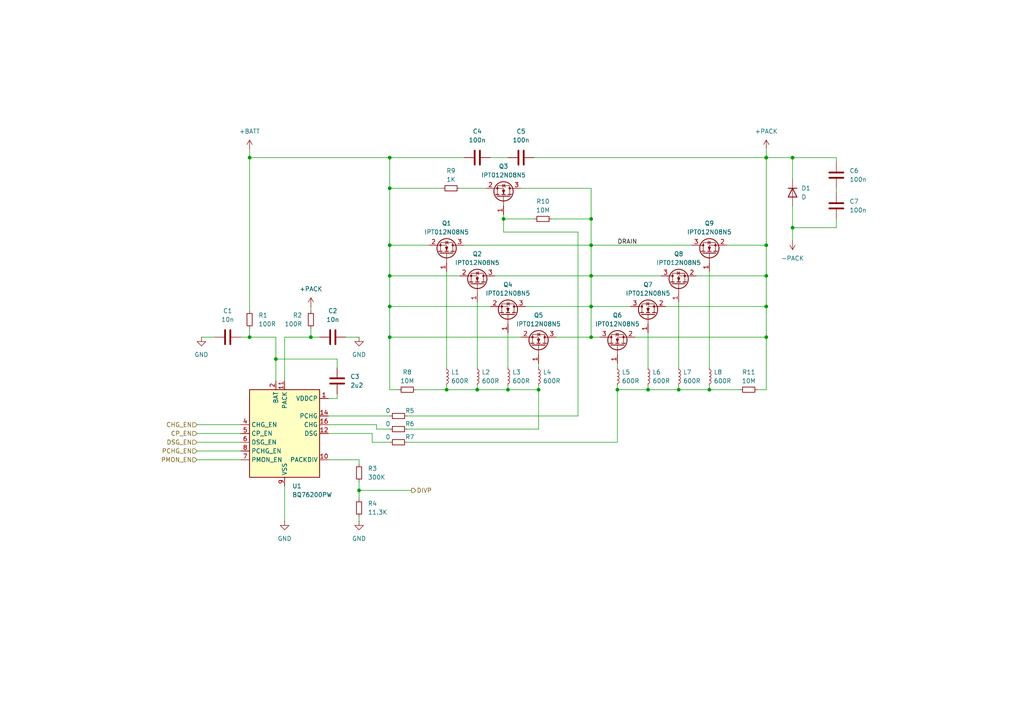
<source format=kicad_sch>
(kicad_sch (version 20231120) (generator "eeschema") (generator_version "8.0")
  (paper "A4")
  (lib_symbols
    (symbol "Battery_Management:BQ76200PW"
      (property "Reference" "U" (at -8.89 13.97 0))
      (property "Value" "BQ76200PW" (at 7.62 13.97 0))
      (symbol "BQ76200PW_0_1"
        (rectangle (start -10.16 -12.7) (end 10.16 12.7) (stroke (width 0.254)) (fill (type background)))
      )
      (symbol "BQ76200PW_1_1"
        (pin output line (at 12.7 10.16 180) (length 2.54) (name "VDDCP") (number "1"))
        (pin output line (at 12.7 -7.62 180) (length 2.54) (name "PACKDIV") (number "10"))
        (pin power_in line (at 0 15.24 270) (length 2.54) (name "PACK") (number "11"))
        (pin output line (at 12.7 0 180) (length 2.54) (name "DSG") (number "12"))
        (pin no_connect line (at -10.16 7.62 0) (length 2.54) hide (name "NC") (number "13"))
        (pin output line (at 12.7 5.08 180) (length 2.54) (name "PCHG") (number "14"))
        (pin no_connect line (at -10.16 5.08 0) (length 2.54) hide (name "NC") (number "15"))
        (pin output line (at 12.7 2.54 180) (length 2.54) (name "CHG") (number "16"))
        (pin power_in line (at -2.54 15.24 270) (length 2.54) (name "BAT") (number "2"))
        (pin no_connect line (at -10.16 10.16 0) (length 2.54) hide (name "NC") (number "3"))
        (pin input line (at -12.7 2.54 0) (length 2.54) (name "CHG_EN") (number "4"))
        (pin input line (at -12.7 0 0) (length 2.54) (name "CP_EN") (number "5"))
        (pin input line (at -12.7 -2.54 0) (length 2.54) (name "DSG_EN") (number "6"))
        (pin input line (at -12.7 -7.62 0) (length 2.54) (name "PMON_EN") (number "7"))
        (pin input line (at -12.7 -5.08 0) (length 2.54) (name "PCHG_EN") (number "8"))
        (pin power_in line (at 0 -15.24 90) (length 2.54) (name "VSS") (number "9"))
      )
    )
    (symbol "Device:C" (pin_numbers hide) (pin_names (offset 0.254))
      (property "Reference" "C" (at 0.635 2.54 0))
      (property "Value" "C" (at 0.635 -2.54 0))
      (symbol "C_0_1"
        (polyline (pts (xy -2.032 -0.762) (xy 2.032 -0.762)) (stroke (width 0.508)))
        (polyline (pts (xy -2.032 0.762) (xy 2.032 0.762)) (stroke (width 0.508)))
      )
      (symbol "C_1_1"
        (pin passive line (at 0 3.81 270) (length 2.794) (name "~") (number "1"))
        (pin passive line (at 0 -3.81 90) (length 2.794) (name "~") (number "2"))
      )
    )
    (symbol "Device:D" (pin_numbers hide) (pin_names (offset 1.016) hide)
      (property "Reference" "D" (at 0 2.54 0))
      (property "Value" "D" (at 0 -2.54 0))
      (symbol "D_0_1"
        (polyline (pts (xy -1.27 1.27) (xy -1.27 -1.27)) (stroke (width 0.254)))
        (polyline (pts (xy 1.27 0) (xy -1.27 0)))
        (polyline (pts (xy 1.27 1.27) (xy 1.27 -1.27) (xy -1.27 0) (xy 1.27 1.27)) (stroke (width 0.254)))
      )
      (symbol "D_1_1"
        (pin passive line (at -3.81 0 0) (length 2.54) (name "K") (number "1"))
        (pin passive line (at 3.81 0 180) (length 2.54) (name "A") (number "2"))
      )
    )
    (symbol "Device:L_Small" (pin_numbers hide) (pin_names (offset 0.254) hide)
      (property "Reference" "L" (at 0.762 1.016 0))
      (property "Value" "L_Small" (at 0.762 -1.016 0))
      (symbol "L_Small_0_1"
        (arc (start 0 -2.032) (mid 0.5058 -1.524) (end 0 -1.016))
        (arc (start 0 -1.016) (mid 0.5058 -0.508) (end 0 0))
        (arc (start 0 0) (mid 0.5058 0.508) (end 0 1.016))
        (arc (start 0 1.016) (mid 0.5058 1.524) (end 0 2.032))
      )
      (symbol "L_Small_1_1"
        (pin passive line (at 0 2.54 270) (length 0.508) (name "~") (number "1"))
        (pin passive line (at 0 -2.54 90) (length 0.508) (name "~") (number "2"))
      )
    )
    (symbol "Device:R_Small" (pin_numbers hide) (pin_names (offset 0.254) hide)
      (property "Reference" "R" (at 0.762 0.508 0))
      (property "Value" "R_Small" (at 0.762 -1.016 0))
      (symbol "R_Small_0_1"
        (rectangle (start -0.762 1.778) (end 0.762 -1.778) (stroke (width 0.2032)))
      )
      (symbol "R_Small_1_1"
        (pin passive line (at 0 2.54 270) (length 0.762) (name "~") (number "1"))
        (pin passive line (at 0 -2.54 90) (length 0.762) (name "~") (number "2"))
      )
    )
    (symbol "Transistor_FET:IPT012N08N5" (pin_names hide)
      (property "Reference" "Q" (at 5.08 1.905 0))
      (property "Value" "IPT012N08N5" (at 5.08 0 0))
      (symbol "IPT012N08N5_0_1"
        (polyline (pts (xy 0.254 0) (xy -2.54 0)))
        (polyline (pts (xy 0.254 1.905) (xy 0.254 -1.905)) (stroke (width 0.254)))
        (polyline (pts (xy 0.762 -1.27) (xy 0.762 -2.286)) (stroke (width 0.254)))
        (polyline (pts (xy 0.762 0.508) (xy 0.762 -0.508)) (stroke (width 0.254)))
        (polyline (pts (xy 0.762 2.286) (xy 0.762 1.27)) (stroke (width 0.254)))
        (polyline (pts (xy 2.54 2.54) (xy 2.54 1.778)))
        (polyline (pts (xy 2.54 -2.54) (xy 2.54 0) (xy 0.762 0)))
        (polyline (pts (xy 0.762 -1.778) (xy 3.302 -1.778) (xy 3.302 1.778) (xy 0.762 1.778)))
        (polyline (pts (xy 1.016 0) (xy 2.032 0.381) (xy 2.032 -0.381) (xy 1.016 0)) (fill (type outline)))
        (polyline (pts (xy 2.794 0.508) (xy 2.921 0.381) (xy 3.683 0.381) (xy 3.81 0.254)))
        (polyline (pts (xy 3.302 0.381) (xy 2.921 -0.254) (xy 3.683 -0.254) (xy 3.302 0.381)))
        (circle (center 1.651 0) (radius 2.794) (stroke (width 0.254)))
        (circle (center 2.54 -1.778) (radius 0.254) (fill (type outline)))
        (circle (center 2.54 1.778) (radius 0.254) (fill (type outline)))
      )
      (symbol "IPT012N08N5_1_1"
        (pin input line (at -5.08 0 0) (length 2.54) (name "G") (number "1"))
        (pin passive line (at 2.54 -5.08 90) (length 2.54) (name "S") (number "2"))
        (pin passive line (at 2.54 5.08 270) (length 2.54) (name "D") (number "3"))
      )
    )
    (symbol "power:+BATT" (power) (pin_numbers hide) (pin_names (offset 0) hide)
      (property "Value" "+BATT" (at 0 3.556 0))
      (symbol "+BATT_0_1"
        (polyline (pts (xy -0.762 1.27) (xy 0 2.54)))
        (polyline (pts (xy 0 0) (xy 0 2.54)))
        (polyline (pts (xy 0 2.54) (xy 0.762 1.27)))
      )
      (symbol "+BATT_1_1"
        (pin power_in line (at 0 0 90) (length 0) (name "~") (number "1"))
      )
    )
    (symbol "power:GND" (power) (pin_numbers hide) (pin_names (offset 0) hide)
      (property "Value" "GND" (at 0 -3.81 0))
      (symbol "GND_0_1"
        (polyline (pts (xy 0 0) (xy 0 -1.27) (xy 1.27 -1.27) (xy 0 -2.54) (xy -1.27 -1.27) (xy 0 -1.27)))
      )
      (symbol "GND_1_1"
        (pin power_in line (at 0 0 270) (length 0) (name "~") (number "1"))
      )
    )
  )
  (junction (at 156.21 113.03))
  (junction (at 147.32 113.03))
  (junction (at 104.14 142.24))
  (junction (at 229.87 66.04))
  (junction (at 222.25 71.12))
  (junction (at 80.01 104.14))
  (junction (at 179.07 113.03))
  (junction (at 171.45 63.5))
  (junction (at 72.39 97.79))
  (junction (at 113.03 71.12))
  (junction (at 90.17 97.79))
  (junction (at 205.74 113.03))
  (junction (at 113.03 80.01))
  (junction (at 171.45 97.79))
  (junction (at 187.96 113.03))
  (junction (at 229.87 45.72))
  (junction (at 222.25 45.72))
  (junction (at 171.45 88.9))
  (junction (at 113.03 45.72))
  (junction (at 196.85 113.03))
  (junction (at 113.03 88.9))
  (junction (at 72.39 45.72))
  (junction (at 113.03 54.61))
  (junction (at 113.03 97.79))
  (junction (at 171.45 71.12))
  (junction (at 171.45 80.01))
  (junction (at 222.25 88.9))
  (junction (at 222.25 97.79))
  (junction (at 146.05 63.5))
  (junction (at 222.25 80.01))
  (junction (at 129.54 113.03))
  (junction (at 138.43 113.03))
  (wire (pts (xy 104.14 133.35) (xy 95.25 133.35)))
  (wire (pts (xy 118.11 120.65) (xy 167.64 120.65)))
  (wire (pts (xy 97.79 115.57) (xy 97.79 114.3)))
  (wire (pts (xy 109.22 124.46) (xy 113.03 124.46)))
  (wire (pts (xy 242.57 63.5) (xy 242.57 66.04)))
  (wire (pts (xy 161.29 97.79) (xy 171.45 97.79)))
  (wire (pts (xy 171.45 80.01) (xy 171.45 88.9)))
  (wire (pts (xy 222.25 88.9) (xy 222.25 80.01)))
  (wire (pts (xy 138.43 87.63) (xy 138.43 106.68)))
  (wire (pts (xy 97.79 106.68) (xy 97.79 104.14)))
  (wire (pts (xy 57.15 125.73) (xy 69.85 125.73)))
  (wire (pts (xy 113.03 97.79) (xy 151.13 97.79)))
  (wire (pts (xy 95.25 115.57) (xy 97.79 115.57)))
  (wire (pts (xy 242.57 55.88) (xy 242.57 54.61)))
  (wire (pts (xy 107.95 125.73) (xy 107.95 128.27)))
  (wire (pts (xy 118.11 124.46) (xy 156.21 124.46)))
  (wire (pts (xy 113.03 54.61) (xy 113.03 45.72)))
  (wire (pts (xy 57.15 128.27) (xy 69.85 128.27)))
  (wire (pts (xy 229.87 45.72) (xy 222.25 45.72)))
  (wire (pts (xy 120.65 113.03) (xy 129.54 113.03)))
  (wire (pts (xy 171.45 54.61) (xy 151.13 54.61)))
  (wire (pts (xy 167.64 120.65) (xy 167.64 67.31)))
  (wire (pts (xy 143.51 80.01) (xy 171.45 80.01)))
  (wire (pts (xy 196.85 111.76) (xy 196.85 113.03)))
  (wire (pts (xy 57.15 133.35) (xy 69.85 133.35)))
  (wire (pts (xy 104.14 134.62) (xy 104.14 133.35)))
  (wire (pts (xy 113.03 54.61) (xy 128.27 54.61)))
  (wire (pts (xy 171.45 88.9) (xy 182.88 88.9)))
  (wire (pts (xy 104.14 142.24) (xy 119.38 142.24)))
  (wire (pts (xy 154.94 45.72) (xy 222.25 45.72)))
  (wire (pts (xy 72.39 95.25) (xy 72.39 97.79)))
  (wire (pts (xy 229.87 66.04) (xy 229.87 69.85)))
  (wire (pts (xy 156.21 113.03) (xy 156.21 111.76)))
  (wire (pts (xy 113.03 71.12) (xy 113.03 54.61)))
  (wire (pts (xy 222.25 97.79) (xy 184.15 97.79)))
  (wire (pts (xy 167.64 67.31) (xy 146.05 67.31)))
  (wire (pts (xy 82.55 97.79) (xy 82.55 110.49)))
  (wire (pts (xy 187.96 113.03) (xy 179.07 113.03)))
  (wire (pts (xy 222.25 88.9) (xy 193.04 88.9)))
  (wire (pts (xy 72.39 43.18) (xy 72.39 45.72)))
  (wire (pts (xy 187.96 96.52) (xy 187.96 106.68)))
  (wire (pts (xy 219.71 113.03) (xy 222.25 113.03)))
  (wire (pts (xy 222.25 71.12) (xy 210.82 71.12)))
  (wire (pts (xy 113.03 71.12) (xy 124.46 71.12)))
  (wire (pts (xy 138.43 113.03) (xy 147.32 113.03)))
  (wire (pts (xy 179.07 106.68) (xy 179.07 105.41)))
  (wire (pts (xy 222.25 45.72) (xy 222.25 71.12)))
  (wire (pts (xy 90.17 95.25) (xy 90.17 97.79)))
  (wire (pts (xy 179.07 113.03) (xy 179.07 128.27)))
  (wire (pts (xy 104.14 97.79) (xy 100.33 97.79)))
  (wire (pts (xy 129.54 78.74) (xy 129.54 106.68)))
  (wire (pts (xy 129.54 111.76) (xy 129.54 113.03)))
  (wire (pts (xy 57.15 130.81) (xy 69.85 130.81)))
  (wire (pts (xy 146.05 67.31) (xy 146.05 63.5)))
  (wire (pts (xy 113.03 113.03) (xy 113.03 97.79)))
  (wire (pts (xy 171.45 63.5) (xy 171.45 54.61)))
  (wire (pts (xy 171.45 80.01) (xy 191.77 80.01)))
  (wire (pts (xy 171.45 88.9) (xy 171.45 97.79)))
  (wire (pts (xy 90.17 88.9) (xy 90.17 90.17)))
  (wire (pts (xy 171.45 71.12) (xy 171.45 63.5)))
  (wire (pts (xy 118.11 128.27) (xy 179.07 128.27)))
  (wire (pts (xy 104.14 151.13) (xy 104.14 149.86)))
  (wire (pts (xy 171.45 97.79) (xy 173.99 97.79)))
  (wire (pts (xy 222.25 43.18) (xy 222.25 45.72)))
  (wire (pts (xy 205.74 78.74) (xy 205.74 106.68)))
  (wire (pts (xy 133.35 54.61) (xy 140.97 54.61)))
  (wire (pts (xy 229.87 59.69) (xy 229.87 66.04)))
  (wire (pts (xy 156.21 106.68) (xy 156.21 105.41)))
  (wire (pts (xy 214.63 113.03) (xy 205.74 113.03)))
  (wire (pts (xy 58.42 97.79) (xy 62.23 97.79)))
  (wire (pts (xy 156.21 113.03) (xy 156.21 124.46)))
  (wire (pts (xy 171.45 71.12) (xy 200.66 71.12)))
  (wire (pts (xy 229.87 45.72) (xy 229.87 52.07)))
  (wire (pts (xy 113.03 80.01) (xy 133.35 80.01)))
  (wire (pts (xy 82.55 97.79) (xy 90.17 97.79)))
  (wire (pts (xy 147.32 45.72) (xy 142.24 45.72)))
  (wire (pts (xy 134.62 71.12) (xy 171.45 71.12)))
  (wire (pts (xy 113.03 88.9) (xy 142.24 88.9)))
  (wire (pts (xy 107.95 128.27) (xy 113.03 128.27)))
  (wire (pts (xy 179.07 113.03) (xy 179.07 111.76)))
  (wire (pts (xy 95.25 123.19) (xy 109.22 123.19)))
  (wire (pts (xy 82.55 140.97) (xy 82.55 151.13)))
  (wire (pts (xy 109.22 123.19) (xy 109.22 124.46)))
  (wire (pts (xy 147.32 96.52) (xy 147.32 106.68)))
  (wire (pts (xy 205.74 111.76) (xy 205.74 113.03)))
  (wire (pts (xy 92.71 97.79) (xy 90.17 97.79)))
  (wire (pts (xy 146.05 63.5) (xy 146.05 62.23)))
  (wire (pts (xy 115.57 113.03) (xy 113.03 113.03)))
  (wire (pts (xy 72.39 45.72) (xy 113.03 45.72)))
  (wire (pts (xy 222.25 113.03) (xy 222.25 97.79)))
  (wire (pts (xy 160.02 63.5) (xy 171.45 63.5)))
  (wire (pts (xy 147.32 111.76) (xy 147.32 113.03)))
  (wire (pts (xy 80.01 97.79) (xy 72.39 97.79)))
  (wire (pts (xy 95.25 125.73) (xy 107.95 125.73)))
  (wire (pts (xy 152.4 88.9) (xy 171.45 88.9)))
  (wire (pts (xy 113.03 97.79) (xy 113.03 88.9)))
  (wire (pts (xy 242.57 45.72) (xy 229.87 45.72)))
  (wire (pts (xy 222.25 80.01) (xy 222.25 71.12)))
  (wire (pts (xy 129.54 113.03) (xy 138.43 113.03)))
  (wire (pts (xy 222.25 80.01) (xy 201.93 80.01)))
  (wire (pts (xy 147.32 113.03) (xy 156.21 113.03)))
  (wire (pts (xy 171.45 71.12) (xy 171.45 80.01)))
  (wire (pts (xy 80.01 104.14) (xy 97.79 104.14)))
  (wire (pts (xy 196.85 87.63) (xy 196.85 106.68)))
  (wire (pts (xy 205.74 113.03) (xy 196.85 113.03)))
  (wire (pts (xy 113.03 88.9) (xy 113.03 80.01)))
  (wire (pts (xy 69.85 97.79) (xy 72.39 97.79)))
  (wire (pts (xy 242.57 66.04) (xy 229.87 66.04)))
  (wire (pts (xy 196.85 113.03) (xy 187.96 113.03)))
  (wire (pts (xy 187.96 111.76) (xy 187.96 113.03)))
  (wire (pts (xy 138.43 111.76) (xy 138.43 113.03)))
  (wire (pts (xy 104.14 142.24) (xy 104.14 139.7)))
  (wire (pts (xy 242.57 46.99) (xy 242.57 45.72)))
  (wire (pts (xy 222.25 97.79) (xy 222.25 88.9)))
  (wire (pts (xy 80.01 104.14) (xy 80.01 110.49)))
  (wire (pts (xy 146.05 63.5) (xy 154.94 63.5)))
  (wire (pts (xy 113.03 45.72) (xy 134.62 45.72)))
  (wire (pts (xy 113.03 80.01) (xy 113.03 71.12)))
  (wire (pts (xy 104.14 144.78) (xy 104.14 142.24)))
  (wire (pts (xy 72.39 90.17) (xy 72.39 45.72)))
  (wire (pts (xy 95.25 120.65) (xy 113.03 120.65)))
  (wire (pts (xy 80.01 97.79) (xy 80.01 104.14)))
  (wire (pts (xy 57.15 123.19) (xy 69.85 123.19)))
  (label "DRAIN" (at 179.07 71.12 0))
  (hierarchical_label "CP_EN" (shape input) (at 57.15 125.73 180))
  (hierarchical_label "CHG_EN" (shape input) (at 57.15 123.19 180))
  (hierarchical_label "PCHG_EN" (shape input) (at 57.15 130.81 180))
  (hierarchical_label "PMON_EN" (shape input) (at 57.15 133.35 180))
  (hierarchical_label "DIVP" (shape output) (at 119.38 142.24 0))
  (hierarchical_label "DSG_EN" (shape input) (at 57.15 128.27 180))
  (symbol (lib_id "power:+BATT") (at 229.87 69.85 180) (unit 1)
    (property "Reference" "#PWR08" (effects (hide yes)))
    (property "Value" "-PACK" (at 229.87 74.93 0))
    (property "Description" "Power symbol creates a global label with name \"+BATT\"" (effects (hide yes)))
  )
  (symbol (lib_id "Device:L_Small") (at 147.32 109.22 0) (unit 1)
    (property "Reference" "L3" (at 148.59 107.9499 0) (effects (justify left)))
    (property "Value" "600R" (at 148.59 110.4899 0) (effects (justify left)))
    (property "Description" "Inductor, small symbol" (effects (hide yes)))
  )
  (symbol (lib_id "Transistor_FET:IPT012N08N5") (at 187.96 91.44 90) (unit 1)
    (property "Reference" "Q7" (at 187.96 82.55 90))
    (property "Value" "IPT012N08N5" (at 187.96 85.09 90))
    (property "Footprint" "Package_TO_SOT_SMD:Infineon_PG-HSOF-8-1" (effects (hide yes)))
    (property "Datasheet" "http://www.infineon.com/dgdl/Infineon-IPT012N08N5-DS-v02_01-EN.pdf?fileId=5546d4624a75e5f1014aca59127a1eb9" (effects (hide yes)))
    (property "Description" "300A Id, 80V Vds, OptiMOS N-Channel Power MOSFET, 1.2mOhm Ron, Qg (typ) 178.0nC, PG-HSOF-8" (effects (hide yes)))
  )
  (symbol (lib_id "power:GND") (at 58.42 97.79 0) (unit 1)
    (property "Reference" "#PWR01" (effects (hide yes)))
    (property "Value" "GND" (at 58.42 102.87 0))
    (property "Description" "Power symbol creates a global label with name \"GND\" , ground" (effects (hide yes)))
  )
  (symbol (lib_id "Transistor_FET:IPT012N08N5") (at 179.07 100.33 90) (unit 1)
    (property "Reference" "Q6" (at 179.07 91.44 90))
    (property "Value" "IPT012N08N5" (at 179.07 93.98 90))
    (property "Footprint" "Package_TO_SOT_SMD:Infineon_PG-HSOF-8-1" (effects (hide yes)))
    (property "Datasheet" "http://www.infineon.com/dgdl/Infineon-IPT012N08N5-DS-v02_01-EN.pdf?fileId=5546d4624a75e5f1014aca59127a1eb9" (effects (hide yes)))
    (property "Description" "300A Id, 80V Vds, OptiMOS N-Channel Power MOSFET, 1.2mOhm Ron, Qg (typ) 178.0nC, PG-HSOF-8" (effects (hide yes)))
  )
  (symbol (lib_id "Device:C") (at 138.43 45.72 90) (unit 1)
    (property "Reference" "C4" (at 138.43 38.1 90))
    (property "Value" "100n" (at 138.43 40.64 90))
    (property "Description" "Unpolarized capacitor" (effects (hide yes)))
  )
  (symbol (lib_id "Device:C") (at 242.57 59.69 180) (unit 1)
    (property "Reference" "C7" (at 246.38 58.4199 0) (effects (justify right)))
    (property "Value" "100n" (at 246.38 60.9599 0) (effects (justify right)))
    (property "Description" "Unpolarized capacitor" (effects (hide yes)))
  )
  (symbol (lib_id "Device:L_Small") (at 129.54 109.22 0) (unit 1)
    (property "Reference" "L1" (at 130.81 107.9499 0) (effects (justify left)))
    (property "Value" "600R" (at 130.81 110.4899 0) (effects (justify left)))
    (property "Description" "Inductor, small symbol" (effects (hide yes)))
  )
  (symbol (lib_id "power:+BATT") (at 72.39 43.18 0) (unit 1)
    (property "Reference" "#PWR02" (effects (hide yes)))
    (property "Value" "+BATT" (at 72.39 38.1 0))
    (property "Description" "Power symbol creates a global label with name \"+BATT\"" (effects (hide yes)))
  )
  (symbol (lib_id "Device:R_Small") (at 115.57 124.46 90) (unit 1)
    (property "Reference" "R6" (at 118.872 122.936 90))
    (property "Value" "0" (at 112.522 122.936 90))
    (property "Description" "Resistor, small symbol" (effects (hide yes)))
  )
  (symbol (lib_id "Device:C") (at 97.79 110.49 180) (unit 1)
    (property "Reference" "C3" (at 101.6 109.2199 0) (effects (justify right)))
    (property "Value" "2u2" (at 101.6 111.7599 0) (effects (justify right)))
    (property "Description" "Unpolarized capacitor" (effects (hide yes)))
  )
  (symbol (lib_id "Device:R_Small") (at 104.14 137.16 0) (unit 1)
    (property "Reference" "R3" (at 106.68 135.8899 0) (effects (justify left)))
    (property "Value" "300K" (at 106.68 138.4299 0) (effects (justify left)))
    (property "Description" "Resistor, small symbol" (effects (hide yes)))
  )
  (symbol (lib_id "Device:R_Small") (at 115.57 128.27 90) (unit 1)
    (property "Reference" "R7" (at 118.872 126.746 90))
    (property "Value" "0" (at 112.522 126.746 90))
    (property "Description" "Resistor, small symbol" (effects (hide yes)))
  )
  (symbol (lib_id "Device:R_Small") (at 217.17 113.03 270) (mirror x) (unit 1)
    (property "Reference" "R11" (at 217.17 107.95 90))
    (property "Value" "10M" (at 217.17 110.49 90))
    (property "Description" "Resistor, small symbol" (effects (hide yes)))
  )
  (symbol (lib_id "Transistor_FET:IPT012N08N5") (at 129.54 73.66 270) (mirror x) (unit 1)
    (property "Reference" "Q1" (at 129.54 64.77 90))
    (property "Value" "IPT012N08N5" (at 129.54 67.31 90))
    (property "Footprint" "Package_TO_SOT_SMD:Infineon_PG-HSOF-8-1" (effects (hide yes)))
    (property "Datasheet" "http://www.infineon.com/dgdl/Infineon-IPT012N08N5-DS-v02_01-EN.pdf?fileId=5546d4624a75e5f1014aca59127a1eb9" (effects (hide yes)))
    (property "Description" "300A Id, 80V Vds, OptiMOS N-Channel Power MOSFET, 1.2mOhm Ron, Qg (typ) 178.0nC, PG-HSOF-8" (effects (hide yes)))
  )
  (symbol (lib_id "Transistor_FET:IPT012N08N5") (at 147.32 91.44 270) (mirror x) (unit 1)
    (property "Reference" "Q4" (at 147.32 82.55 90))
    (property "Value" "IPT012N08N5" (at 147.32 85.09 90))
    (property "Footprint" "Package_TO_SOT_SMD:Infineon_PG-HSOF-8-1" (effects (hide yes)))
    (property "Datasheet" "http://www.infineon.com/dgdl/Infineon-IPT012N08N5-DS-v02_01-EN.pdf?fileId=5546d4624a75e5f1014aca59127a1eb9" (effects (hide yes)))
    (property "Description" "300A Id, 80V Vds, OptiMOS N-Channel Power MOSFET, 1.2mOhm Ron, Qg (typ) 178.0nC, PG-HSOF-8" (effects (hide yes)))
  )
  (symbol (lib_id "Device:L_Small") (at 138.43 109.22 0) (unit 1)
    (property "Reference" "L2" (at 139.7 107.9499 0) (effects (justify left)))
    (property "Value" "600R" (at 139.7 110.4899 0) (effects (justify left)))
    (property "Description" "Inductor, small symbol" (effects (hide yes)))
  )
  (symbol (lib_id "power:GND") (at 104.14 151.13 0) (unit 1)
    (property "Reference" "#PWR06" (effects (hide yes)))
    (property "Value" "GND" (at 104.14 156.21 0))
    (property "Description" "Power symbol creates a global label with name \"GND\" , ground" (effects (hide yes)))
  )
  (symbol (lib_id "Device:C") (at 151.13 45.72 90) (unit 1)
    (property "Reference" "C5" (at 151.13 38.1 90))
    (property "Value" "100n" (at 151.13 40.64 90))
    (property "Description" "Unpolarized capacitor" (effects (hide yes)))
  )
  (symbol (lib_id "Device:R_Small") (at 104.14 147.32 0) (unit 1)
    (property "Reference" "R4" (at 106.68 146.0499 0) (effects (justify left)))
    (property "Value" "11.3K" (at 106.68 148.5899 0) (effects (justify left)))
    (property "Description" "Resistor, small symbol" (effects (hide yes)))
  )
  (symbol (lib_id "Device:R_Small") (at 118.11 113.03 90) (unit 1)
    (property "Reference" "R8" (at 118.11 107.95 90))
    (property "Value" "10M" (at 118.11 110.49 90))
    (property "Description" "Resistor, small symbol" (effects (hide yes)))
  )
  (symbol (lib_id "Battery_Management:BQ76200PW") (at 82.55 125.73 0) (unit 1)
    (property "Reference" "U1" (at 84.7441 140.97 0) (effects (justify left)))
    (property "Value" "BQ76200PW" (at 84.7441 143.51 0) (effects (justify left)))
    (property "Footprint" "Package_SO:TSSOP-16_4.4x5mm_P0.65mm" (effects (hide yes)))
    (property "Datasheet" "http://www.ti.com/lit/ds/symlink/bq76200.pdf" (effects (hide yes)))
    (property "Description" "High Voltage Battery Pack Front-End Charge/Discharge High-Side NFET Driver, TSSOP-16" (effects (hide yes)))
  )
  (symbol (lib_id "Device:L_Small") (at 205.74 109.22 0) (unit 1)
    (property "Reference" "L8" (at 207.01 107.9499 0) (effects (justify left)))
    (property "Value" "600R" (at 207.01 110.4899 0) (effects (justify left)))
    (property "Description" "Inductor, small symbol" (effects (hide yes)))
  )
  (symbol (lib_id "Device:R_Small") (at 115.57 120.65 90) (unit 1)
    (property "Reference" "R5" (at 118.872 119.126 90))
    (property "Value" "0" (at 112.522 119.126 90))
    (property "Description" "Resistor, small symbol" (effects (hide yes)))
  )
  (symbol (lib_id "Transistor_FET:IPT012N08N5") (at 138.43 82.55 270) (mirror x) (unit 1)
    (property "Reference" "Q2" (at 138.43 73.66 90))
    (property "Value" "IPT012N08N5" (at 138.43 76.2 90))
    (property "Footprint" "Package_TO_SOT_SMD:Infineon_PG-HSOF-8-1" (effects (hide yes)))
    (property "Datasheet" "http://www.infineon.com/dgdl/Infineon-IPT012N08N5-DS-v02_01-EN.pdf?fileId=5546d4624a75e5f1014aca59127a1eb9" (effects (hide yes)))
    (property "Description" "300A Id, 80V Vds, OptiMOS N-Channel Power MOSFET, 1.2mOhm Ron, Qg (typ) 178.0nC, PG-HSOF-8" (effects (hide yes)))
  )
  (symbol (lib_id "Device:L_Small") (at 196.85 109.22 0) (unit 1)
    (property "Reference" "L7" (at 198.12 107.9499 0) (effects (justify left)))
    (property "Value" "600R" (at 198.12 110.4899 0) (effects (justify left)))
    (property "Description" "Inductor, small symbol" (effects (hide yes)))
  )
  (symbol (lib_id "power:GND") (at 82.55 151.13 0) (unit 1)
    (property "Reference" "#PWR03" (effects (hide yes)))
    (property "Value" "GND" (at 82.55 156.21 0))
    (property "Description" "Power symbol creates a global label with name \"GND\" , ground" (effects (hide yes)))
  )
  (symbol (lib_id "Device:R_Small") (at 90.17 92.71 0) (mirror y) (unit 1)
    (property "Reference" "R2" (at 87.63 91.4399 0) (effects (justify left)))
    (property "Value" "100R" (at 87.63 93.9799 0) (effects (justify left)))
    (property "Description" "Resistor, small symbol" (effects (hide yes)))
  )
  (symbol (lib_id "Transistor_FET:IPT012N08N5") (at 156.21 100.33 270) (mirror x) (unit 1)
    (property "Reference" "Q5" (at 156.21 91.44 90))
    (property "Value" "IPT012N08N5" (at 156.21 93.98 90))
    (property "Footprint" "Package_TO_SOT_SMD:Infineon_PG-HSOF-8-1" (effects (hide yes)))
    (property "Datasheet" "http://www.infineon.com/dgdl/Infineon-IPT012N08N5-DS-v02_01-EN.pdf?fileId=5546d4624a75e5f1014aca59127a1eb9" (effects (hide yes)))
    (property "Description" "300A Id, 80V Vds, OptiMOS N-Channel Power MOSFET, 1.2mOhm Ron, Qg (typ) 178.0nC, PG-HSOF-8" (effects (hide yes)))
  )
  (symbol (lib_id "Device:R_Small") (at 130.81 54.61 90) (unit 1)
    (property "Reference" "R9" (at 130.81 49.53 90))
    (property "Value" "1K" (at 130.81 52.07 90))
    (property "Description" "Resistor, small symbol" (effects (hide yes)))
  )
  (symbol (lib_id "Transistor_FET:IPT012N08N5") (at 205.74 73.66 90) (unit 1)
    (property "Reference" "Q9" (at 205.74 64.77 90))
    (property "Value" "IPT012N08N5" (at 205.74 67.31 90))
    (property "Footprint" "Package_TO_SOT_SMD:Infineon_PG-HSOF-8-1" (effects (hide yes)))
    (property "Datasheet" "http://www.infineon.com/dgdl/Infineon-IPT012N08N5-DS-v02_01-EN.pdf?fileId=5546d4624a75e5f1014aca59127a1eb9" (effects (hide yes)))
    (property "Description" "300A Id, 80V Vds, OptiMOS N-Channel Power MOSFET, 1.2mOhm Ron, Qg (typ) 178.0nC, PG-HSOF-8" (effects (hide yes)))
  )
  (symbol (lib_id "Device:L_Small") (at 179.07 109.22 0) (unit 1)
    (property "Reference" "L5" (at 180.34 107.9499 0) (effects (justify left)))
    (property "Value" "600R" (at 180.34 110.4899 0) (effects (justify left)))
    (property "Description" "Inductor, small symbol" (effects (hide yes)))
  )
  (symbol (lib_id "power:+BATT") (at 90.17 88.9 0) (unit 1)
    (property "Reference" "#PWR04" (effects (hide yes)))
    (property "Value" "+PACK" (at 90.17 83.82 0))
    (property "Description" "Power symbol creates a global label with name \"+BATT\"" (effects (hide yes)))
  )
  (symbol (lib_id "Device:C") (at 66.04 97.79 270) (unit 1)
    (property "Reference" "C1" (at 66.04 90.17 90))
    (property "Value" "10n" (at 66.04 92.71 90))
    (property "Description" "Unpolarized capacitor" (effects (hide yes)))
  )
  (symbol (lib_id "Device:R_Small") (at 72.39 92.71 0) (unit 1)
    (property "Reference" "R1" (at 74.93 91.4399 0) (effects (justify left)))
    (property "Value" "100R" (at 74.93 93.9799 0) (effects (justify left)))
    (property "Description" "Resistor, small symbol" (effects (hide yes)))
  )
  (symbol (lib_id "Device:D") (at 229.87 55.88 270) (unit 1)
    (property "Reference" "D1" (at 232.41 54.6099 90) (effects (justify left)))
    (property "Value" "D" (at 232.41 57.1499 90) (effects (justify left)))
    (property "Description" "Diode" (effects (hide yes)))
    (property "Sim.Device" "D" (effects (hide yes)))
    (property "Sim.Pins" "1=K 2=A" (effects (hide yes)))
  )
  (symbol (lib_id "Device:L_Small") (at 156.21 109.22 0) (unit 1)
    (property "Reference" "L4" (at 157.48 107.9499 0) (effects (justify left)))
    (property "Value" "600R" (at 157.48 110.4899 0) (effects (justify left)))
    (property "Description" "Inductor, small symbol" (effects (hide yes)))
  )
  (symbol (lib_id "Device:R_Small") (at 157.48 63.5 90) (unit 1)
    (property "Reference" "R10" (at 157.48 58.42 90))
    (property "Value" "10M" (at 157.48 60.96 90))
    (property "Description" "Resistor, small symbol" (effects (hide yes)))
  )
  (symbol (lib_id "Device:C") (at 96.52 97.79 90) (mirror x) (unit 1)
    (property "Reference" "C2" (at 96.52 90.17 90))
    (property "Value" "10n" (at 96.52 92.71 90))
    (property "Description" "Unpolarized capacitor" (effects (hide yes)))
  )
  (symbol (lib_id "Transistor_FET:IPT012N08N5") (at 146.05 57.15 270) (mirror x) (unit 1)
    (property "Reference" "Q3" (at 146.05 48.26 90))
    (property "Value" "IPT012N08N5" (at 146.05 50.8 90))
    (property "Footprint" "Package_TO_SOT_SMD:Infineon_PG-HSOF-8-1" (effects (hide yes)))
    (property "Datasheet" "http://www.infineon.com/dgdl/Infineon-IPT012N08N5-DS-v02_01-EN.pdf?fileId=5546d4624a75e5f1014aca59127a1eb9" (effects (hide yes)))
    (property "Description" "300A Id, 80V Vds, OptiMOS N-Channel Power MOSFET, 1.2mOhm Ron, Qg (typ) 178.0nC, PG-HSOF-8" (effects (hide yes)))
  )
  (symbol (lib_id "Transistor_FET:IPT012N08N5") (at 196.85 82.55 90) (unit 1)
    (property "Reference" "Q8" (at 196.85 73.66 90))
    (property "Value" "IPT012N08N5" (at 196.85 76.2 90))
    (property "Footprint" "Package_TO_SOT_SMD:Infineon_PG-HSOF-8-1" (effects (hide yes)))
    (property "Datasheet" "http://www.infineon.com/dgdl/Infineon-IPT012N08N5-DS-v02_01-EN.pdf?fileId=5546d4624a75e5f1014aca59127a1eb9" (effects (hide yes)))
    (property "Description" "300A Id, 80V Vds, OptiMOS N-Channel Power MOSFET, 1.2mOhm Ron, Qg (typ) 178.0nC, PG-HSOF-8" (effects (hide yes)))
  )
  (symbol (lib_id "power:+BATT") (at 222.25 43.18 0) (unit 1)
    (property "Reference" "#PWR07" (effects (hide yes)))
    (property "Value" "+PACK" (at 222.25 38.1 0))
    (property "Description" "Power symbol creates a global label with name \"+BATT\"" (effects (hide yes)))
  )
  (symbol (lib_id "Device:L_Small") (at 187.96 109.22 0) (unit 1)
    (property "Reference" "L6" (at 189.23 107.9499 0) (effects (justify left)))
    (property "Value" "600R" (at 189.23 110.4899 0) (effects (justify left)))
    (property "Description" "Inductor, small symbol" (effects (hide yes)))
  )
  (symbol (lib_id "Device:C") (at 242.57 50.8 180) (unit 1)
    (property "Reference" "C6" (at 246.38 49.5299 0) (effects (justify right)))
    (property "Value" "100n" (at 246.38 52.0699 0) (effects (justify right)))
    (property "Description" "Unpolarized capacitor" (effects (hide yes)))
  )
  (symbol (lib_id "power:GND") (at 104.14 97.79 0) (mirror y) (unit 1)
    (property "Reference" "#PWR05" (effects (hide yes)))
    (property "Value" "GND" (at 104.14 102.87 0))
    (property "Description" "Power symbol creates a global label with name \"GND\" , ground" (effects (hide yes)))
  )
)
</source>
